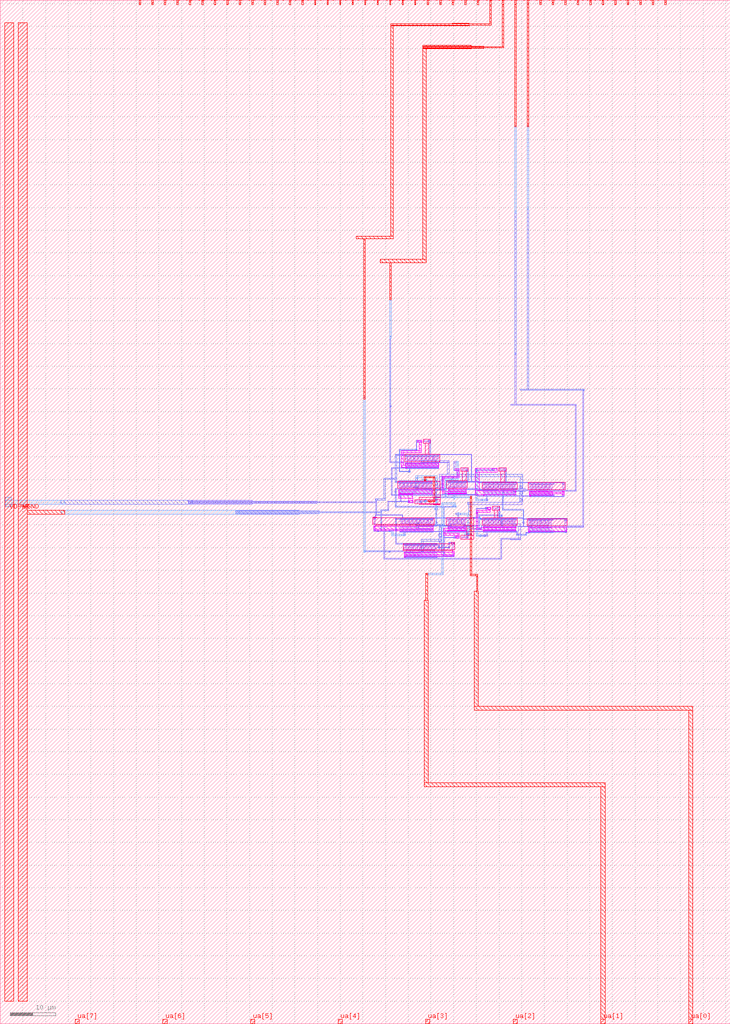
<source format=lef>
VERSION 5.7 ;
  NOWIREEXTENSIONATPIN ON ;
  DIVIDERCHAR "/" ;
  BUSBITCHARS "[]" ;
MACRO tt_um_oscilador
  CLASS BLOCK ;
  FOREIGN tt_um_oscilador ;
  ORIGIN 0.000 0.000 ;
  SIZE 161.000 BY 225.760 ;
  PIN clk
    DIRECTION INPUT ;
    USE SIGNAL ;
    PORT
      LAYER met4 ;
        RECT 143.830 224.760 144.130 225.760 ;
    END
  END clk
  PIN ena
    DIRECTION INPUT ;
    USE SIGNAL ;
    PORT
      LAYER met4 ;
        RECT 146.590 224.760 146.890 225.760 ;
    END
  END ena
  PIN rst_n
    DIRECTION INPUT ;
    USE SIGNAL ;
    PORT
      LAYER met4 ;
        RECT 141.070 224.760 141.370 225.760 ;
    END
  END rst_n
  PIN ua[0]
    DIRECTION INOUT ;
    USE SIGNAL ;
    ANTENNAGATEAREA 5.940000 ;
    ANTENNADIFFAREA 5.724000 ;
    PORT
      LAYER met4 ;
        RECT 151.810 0.000 152.710 1.000 ;
    END
  END ua[0]
  PIN ua[1]
    DIRECTION INOUT ;
    USE SIGNAL ;
    ANTENNAGATEAREA 5.940000 ;
    ANTENNADIFFAREA 5.724000 ;
    PORT
      LAYER met4 ;
        RECT 132.490 0.000 133.390 1.000 ;
    END
  END ua[1]
  PIN ua[2]
    DIRECTION INOUT ;
    USE SIGNAL ;
    PORT
      LAYER met4 ;
        RECT 113.170 0.000 114.070 1.000 ;
    END
  END ua[2]
  PIN ua[3]
    DIRECTION INOUT ;
    USE SIGNAL ;
    PORT
      LAYER met4 ;
        RECT 93.850 0.000 94.750 1.000 ;
    END
  END ua[3]
  PIN ua[4]
    DIRECTION INOUT ;
    USE SIGNAL ;
    PORT
      LAYER met4 ;
        RECT 74.530 0.000 75.430 1.000 ;
    END
  END ua[4]
  PIN ua[5]
    DIRECTION INOUT ;
    USE SIGNAL ;
    PORT
      LAYER met4 ;
        RECT 55.210 0.000 56.110 1.000 ;
    END
  END ua[5]
  PIN ua[6]
    DIRECTION INOUT ;
    USE SIGNAL ;
    PORT
      LAYER met4 ;
        RECT 35.890 0.000 36.790 1.000 ;
    END
  END ua[6]
  PIN ua[7]
    DIRECTION INOUT ;
    USE SIGNAL ;
    PORT
      LAYER met4 ;
        RECT 16.570 0.000 17.470 1.000 ;
    END
  END ua[7]
  PIN ui_in[0]
    DIRECTION INPUT ;
    USE SIGNAL ;
    PORT
      LAYER met4 ;
        RECT 138.310 224.760 138.610 225.760 ;
    END
  END ui_in[0]
  PIN ui_in[1]
    DIRECTION INPUT ;
    USE SIGNAL ;
    PORT
      LAYER met4 ;
        RECT 135.550 224.760 135.850 225.760 ;
    END
  END ui_in[1]
  PIN ui_in[2]
    DIRECTION INPUT ;
    USE SIGNAL ;
    PORT
      LAYER met4 ;
        RECT 132.790 224.760 133.090 225.760 ;
    END
  END ui_in[2]
  PIN ui_in[3]
    DIRECTION INPUT ;
    USE SIGNAL ;
    PORT
      LAYER met4 ;
        RECT 130.030 224.760 130.330 225.760 ;
    END
  END ui_in[3]
  PIN ui_in[4]
    DIRECTION INPUT ;
    USE SIGNAL ;
    PORT
      LAYER met4 ;
        RECT 127.270 224.760 127.570 225.760 ;
    END
  END ui_in[4]
  PIN ui_in[5]
    DIRECTION INPUT ;
    USE SIGNAL ;
    PORT
      LAYER met4 ;
        RECT 124.510 224.760 124.810 225.760 ;
    END
  END ui_in[5]
  PIN ui_in[6]
    DIRECTION INPUT ;
    USE SIGNAL ;
    PORT
      LAYER met4 ;
        RECT 121.750 224.760 122.050 225.760 ;
    END
  END ui_in[6]
  PIN ui_in[7]
    DIRECTION INPUT ;
    USE SIGNAL ;
    PORT
      LAYER met4 ;
        RECT 118.990 224.760 119.290 225.760 ;
    END
  END ui_in[7]
  PIN uio_in[0]
    DIRECTION INPUT ;
    USE SIGNAL ;
    ANTENNADIFFAREA 1.782000 ;
    PORT
      LAYER met4 ;
        RECT 116.230 224.760 116.530 225.760 ;
    END
  END uio_in[0]
  PIN uio_in[1]
    DIRECTION INPUT ;
    USE SIGNAL ;
    ANTENNADIFFAREA 1.782000 ;
    PORT
      LAYER met4 ;
        RECT 113.470 224.760 113.770 225.760 ;
    END
  END uio_in[1]
  PIN uio_in[2]
    DIRECTION INPUT ;
    USE SIGNAL ;
    ANTENNAGATEAREA 1.980000 ;
    PORT
      LAYER met4 ;
        RECT 110.710 224.760 111.010 225.760 ;
    END
  END uio_in[2]
  PIN uio_in[3]
    DIRECTION INPUT ;
    USE SIGNAL ;
    ANTENNAGATEAREA 1.980000 ;
    PORT
      LAYER met4 ;
        RECT 107.950 224.760 108.250 225.760 ;
    END
  END uio_in[3]
  PIN uio_in[4]
    DIRECTION INPUT ;
    USE SIGNAL ;
    PORT
      LAYER met4 ;
        RECT 105.190 224.760 105.490 225.760 ;
    END
  END uio_in[4]
  PIN uio_in[5]
    DIRECTION INPUT ;
    USE SIGNAL ;
    PORT
      LAYER met4 ;
        RECT 102.430 224.760 102.730 225.760 ;
    END
  END uio_in[5]
  PIN uio_in[6]
    DIRECTION INPUT ;
    USE SIGNAL ;
    PORT
      LAYER met4 ;
        RECT 99.670 224.760 99.970 225.760 ;
    END
  END uio_in[6]
  PIN uio_in[7]
    DIRECTION INPUT ;
    USE SIGNAL ;
    PORT
      LAYER met4 ;
        RECT 96.910 224.760 97.210 225.760 ;
    END
  END uio_in[7]
  PIN uio_oe[0]
    DIRECTION OUTPUT ;
    USE SIGNAL ;
    PORT
      LAYER met4 ;
        RECT 49.990 224.760 50.290 225.760 ;
    END
  END uio_oe[0]
  PIN uio_oe[1]
    DIRECTION OUTPUT ;
    USE SIGNAL ;
    PORT
      LAYER met4 ;
        RECT 47.230 224.760 47.530 225.760 ;
    END
  END uio_oe[1]
  PIN uio_oe[2]
    DIRECTION OUTPUT ;
    USE SIGNAL ;
    PORT
      LAYER met4 ;
        RECT 44.470 224.760 44.770 225.760 ;
    END
  END uio_oe[2]
  PIN uio_oe[3]
    DIRECTION OUTPUT ;
    USE SIGNAL ;
    PORT
      LAYER met4 ;
        RECT 41.710 224.760 42.010 225.760 ;
    END
  END uio_oe[3]
  PIN uio_oe[4]
    DIRECTION OUTPUT ;
    USE SIGNAL ;
    PORT
      LAYER met4 ;
        RECT 38.950 224.760 39.250 225.760 ;
    END
  END uio_oe[4]
  PIN uio_oe[5]
    DIRECTION OUTPUT ;
    USE SIGNAL ;
    PORT
      LAYER met4 ;
        RECT 36.190 224.760 36.490 225.760 ;
    END
  END uio_oe[5]
  PIN uio_oe[6]
    DIRECTION OUTPUT ;
    USE SIGNAL ;
    PORT
      LAYER met4 ;
        RECT 33.430 224.760 33.730 225.760 ;
    END
  END uio_oe[6]
  PIN uio_oe[7]
    DIRECTION OUTPUT ;
    USE SIGNAL ;
    PORT
      LAYER met4 ;
        RECT 30.670 224.760 30.970 225.760 ;
    END
  END uio_oe[7]
  PIN uio_out[0]
    DIRECTION OUTPUT ;
    USE SIGNAL ;
    PORT
      LAYER met4 ;
        RECT 72.070 224.760 72.370 225.760 ;
    END
  END uio_out[0]
  PIN uio_out[1]
    DIRECTION OUTPUT ;
    USE SIGNAL ;
    PORT
      LAYER met4 ;
        RECT 69.310 224.760 69.610 225.760 ;
    END
  END uio_out[1]
  PIN uio_out[2]
    DIRECTION OUTPUT ;
    USE SIGNAL ;
    PORT
      LAYER met4 ;
        RECT 66.550 224.760 66.850 225.760 ;
    END
  END uio_out[2]
  PIN uio_out[3]
    DIRECTION OUTPUT ;
    USE SIGNAL ;
    PORT
      LAYER met4 ;
        RECT 63.790 224.760 64.090 225.760 ;
    END
  END uio_out[3]
  PIN uio_out[4]
    DIRECTION OUTPUT ;
    USE SIGNAL ;
    PORT
      LAYER met4 ;
        RECT 61.030 224.760 61.330 225.760 ;
    END
  END uio_out[4]
  PIN uio_out[5]
    DIRECTION OUTPUT ;
    USE SIGNAL ;
    PORT
      LAYER met4 ;
        RECT 58.270 224.760 58.570 225.760 ;
    END
  END uio_out[5]
  PIN uio_out[6]
    DIRECTION OUTPUT ;
    USE SIGNAL ;
    PORT
      LAYER met4 ;
        RECT 55.510 224.760 55.810 225.760 ;
    END
  END uio_out[6]
  PIN uio_out[7]
    DIRECTION OUTPUT ;
    USE SIGNAL ;
    PORT
      LAYER met4 ;
        RECT 52.750 224.760 53.050 225.760 ;
    END
  END uio_out[7]
  PIN uo_out[0]
    DIRECTION OUTPUT ;
    USE SIGNAL ;
    PORT
      LAYER met4 ;
        RECT 94.150 224.760 94.450 225.760 ;
    END
  END uo_out[0]
  PIN uo_out[1]
    DIRECTION OUTPUT ;
    USE SIGNAL ;
    PORT
      LAYER met4 ;
        RECT 91.390 224.760 91.690 225.760 ;
    END
  END uo_out[1]
  PIN uo_out[2]
    DIRECTION OUTPUT ;
    USE SIGNAL ;
    PORT
      LAYER met4 ;
        RECT 88.630 224.760 88.930 225.760 ;
    END
  END uo_out[2]
  PIN uo_out[3]
    DIRECTION OUTPUT ;
    USE SIGNAL ;
    PORT
      LAYER met4 ;
        RECT 85.870 224.760 86.170 225.760 ;
    END
  END uo_out[3]
  PIN uo_out[4]
    DIRECTION OUTPUT ;
    USE SIGNAL ;
    PORT
      LAYER met4 ;
        RECT 83.110 224.760 83.410 225.760 ;
    END
  END uo_out[4]
  PIN uo_out[5]
    DIRECTION OUTPUT ;
    USE SIGNAL ;
    PORT
      LAYER met4 ;
        RECT 80.350 224.760 80.650 225.760 ;
    END
  END uo_out[5]
  PIN uo_out[6]
    DIRECTION OUTPUT ;
    USE SIGNAL ;
    PORT
      LAYER met4 ;
        RECT 77.590 224.760 77.890 225.760 ;
    END
  END uo_out[6]
  PIN uo_out[7]
    DIRECTION OUTPUT ;
    USE SIGNAL ;
    PORT
      LAYER met4 ;
        RECT 74.830 224.760 75.130 225.760 ;
    END
  END uo_out[7]
  PIN VDPWR
    DIRECTION INOUT ;
    USE POWER ;
    PORT
      LAYER met4 ;
        RECT 1.000 5.000 3.000 220.760 ;
    END
  END VDPWR
  PIN VGND
    DIRECTION INOUT ;
    USE GROUND ;
    PORT
      LAYER met4 ;
        RECT 4.000 5.000 6.000 220.760 ;
    END
  END VGND
  OBS
      LAYER pwell ;
        RECT 92.130 128.265 92.915 128.695 ;
        RECT 92.395 126.395 92.825 128.265 ;
      LAYER nwell ;
        RECT 93.245 128.060 94.850 128.900 ;
      LAYER pwell ;
        RECT 88.455 125.965 92.825 126.395 ;
        RECT 88.465 123.185 88.875 125.965 ;
      LAYER nwell ;
        RECT 93.710 125.560 94.550 128.060 ;
        RECT 89.180 123.955 96.920 125.560 ;
      LAYER pwell ;
        RECT 89.375 123.185 96.725 123.665 ;
        RECT 88.465 122.775 96.725 123.185 ;
        RECT 89.375 122.755 96.725 122.775 ;
        RECT 89.520 122.565 89.690 122.755 ;
        RECT 100.450 122.005 101.235 122.435 ;
        RECT 100.810 120.790 101.230 122.005 ;
      LAYER nwell ;
        RECT 101.565 121.800 103.170 122.640 ;
      LAYER pwell ;
        RECT 97.440 120.370 101.230 120.790 ;
      LAYER nwell ;
        RECT 87.690 118.065 97.080 119.670 ;
      LAYER pwell ;
        RECT 87.885 116.865 95.235 117.775 ;
        RECT 87.885 116.805 88.795 116.865 ;
        RECT 87.885 115.895 90.975 116.805 ;
      LAYER nwell ;
        RECT 95.475 116.125 97.080 118.065 ;
      LAYER pwell ;
        RECT 97.440 117.470 97.860 120.370 ;
      LAYER nwell ;
        RECT 101.920 119.730 102.760 121.800 ;
      LAYER pwell ;
        RECT 104.745 121.635 109.665 122.545 ;
      LAYER nwell ;
        RECT 109.995 121.800 111.600 122.640 ;
        RECT 98.510 118.125 103.030 119.730 ;
      LAYER pwell ;
        RECT 98.870 117.470 102.740 117.835 ;
        RECT 97.440 117.050 102.740 117.470 ;
        RECT 98.870 116.925 102.740 117.050 ;
        RECT 104.745 117.555 105.655 121.635 ;
      LAYER nwell ;
        RECT 110.380 119.450 111.220 121.800 ;
        RECT 106.290 117.845 114.030 119.450 ;
        RECT 116.500 117.775 124.620 119.380 ;
      LAYER pwell ;
        RECT 98.870 116.905 99.015 116.925 ;
        RECT 98.845 116.735 99.015 116.905 ;
        RECT 104.745 116.645 113.735 117.555 ;
        RECT 116.695 117.275 121.825 117.485 ;
        RECT 123.985 117.275 124.415 117.445 ;
        RECT 116.695 116.845 124.415 117.275 ;
        RECT 106.625 116.455 106.795 116.645 ;
        RECT 116.695 116.575 121.825 116.845 ;
        RECT 123.985 116.660 124.415 116.845 ;
        RECT 116.840 116.385 117.010 116.575 ;
        RECT 90.065 115.365 90.975 115.895 ;
      LAYER nwell ;
        RECT 92.380 115.570 97.080 116.125 ;
      LAYER pwell ;
        RECT 90.065 114.945 91.045 115.365 ;
        RECT 90.260 114.935 91.045 114.945 ;
      LAYER nwell ;
        RECT 91.375 114.730 97.080 115.570 ;
        RECT 92.380 114.520 97.080 114.730 ;
        RECT 95.475 114.470 97.080 114.520 ;
      LAYER pwell ;
        RECT 107.430 113.445 108.215 113.875 ;
        RECT 107.695 113.250 108.110 113.445 ;
        RECT 104.945 112.835 108.110 113.250 ;
      LAYER nwell ;
        RECT 108.545 113.240 110.150 114.080 ;
        RECT 82.180 111.570 83.020 111.740 ;
        RECT 82.180 110.135 95.710 111.570 ;
        RECT 82.800 109.965 95.710 110.135 ;
        RECT 98.400 109.955 104.470 111.560 ;
      LAYER pwell ;
        RECT 82.385 109.675 82.815 109.805 ;
        RECT 82.385 109.020 95.515 109.675 ;
        RECT 98.760 109.245 102.630 109.665 ;
        RECT 82.445 108.765 95.515 109.020 ;
        RECT 97.865 108.815 102.630 109.245 ;
        RECT 88.310 108.575 88.480 108.765 ;
        RECT 97.865 108.185 98.295 108.815 ;
        RECT 98.760 108.755 102.630 108.815 ;
        RECT 98.760 108.735 98.905 108.755 ;
        RECT 98.735 108.565 98.905 108.735 ;
        RECT 97.865 107.755 101.245 108.185 ;
        RECT 100.815 107.515 101.245 107.755 ;
      LAYER nwell ;
        RECT 102.865 107.720 104.470 109.955 ;
      LAYER pwell ;
        RECT 104.945 109.360 105.360 112.835 ;
      LAYER nwell ;
        RECT 108.910 111.560 109.750 113.240 ;
        RECT 106.290 109.955 114.030 111.560 ;
        RECT 116.250 111.390 124.470 111.430 ;
        RECT 116.250 109.825 125.100 111.390 ;
        RECT 124.260 109.785 125.100 109.825 ;
      LAYER pwell ;
        RECT 106.485 109.360 113.735 109.665 ;
        RECT 104.945 108.945 113.735 109.360 ;
        RECT 106.485 108.755 113.735 108.945 ;
        RECT 106.625 108.565 106.795 108.755 ;
        RECT 116.445 108.625 124.895 109.535 ;
        RECT 116.590 108.435 116.760 108.625 ;
        RECT 100.460 107.085 101.245 107.515 ;
      LAYER nwell ;
        RECT 101.575 106.880 104.470 107.720 ;
        RECT 102.865 106.850 104.470 106.880 ;
        RECT 99.440 105.910 100.280 106.140 ;
        RECT 88.860 104.535 100.280 105.910 ;
        RECT 88.860 104.305 99.840 104.535 ;
      LAYER pwell ;
        RECT 99.645 104.015 100.075 104.205 ;
        RECT 89.055 103.420 100.075 104.015 ;
        RECT 89.055 103.105 100.045 103.420 ;
        RECT 89.200 102.915 89.370 103.105 ;
      LAYER li1 ;
        RECT 91.855 128.625 92.025 128.710 ;
        RECT 94.575 128.625 94.745 128.710 ;
        RECT 91.855 128.335 92.750 128.625 ;
        RECT 93.410 128.335 94.745 128.625 ;
        RECT 91.855 128.250 92.025 128.335 ;
        RECT 94.575 128.250 94.745 128.335 ;
        RECT 89.370 125.285 96.730 125.455 ;
        RECT 89.460 124.145 89.715 125.285 ;
        RECT 89.885 124.315 90.215 125.115 ;
        RECT 90.385 124.485 90.555 125.285 ;
        RECT 90.725 124.315 91.055 125.115 ;
        RECT 91.225 124.485 91.395 125.285 ;
        RECT 91.565 124.315 91.895 125.115 ;
        RECT 92.065 124.485 92.235 125.285 ;
        RECT 92.405 124.315 92.735 125.115 ;
        RECT 92.905 124.485 93.075 125.285 ;
        RECT 93.245 124.315 93.575 125.115 ;
        RECT 93.745 124.485 93.915 125.285 ;
        RECT 94.085 124.315 94.415 125.115 ;
        RECT 94.585 124.485 94.755 125.285 ;
        RECT 94.925 124.315 95.255 125.115 ;
        RECT 95.425 124.485 95.595 125.285 ;
        RECT 95.765 124.315 96.095 125.115 ;
        RECT 89.885 124.115 96.095 124.315 ;
        RECT 96.285 124.145 96.640 125.285 ;
        RECT 89.880 123.725 92.735 123.945 ;
        RECT 93.010 123.725 93.490 124.115 ;
        RECT 93.660 123.725 95.675 123.925 ;
        RECT 93.245 123.555 93.490 123.725 ;
        RECT 95.845 123.555 96.095 124.115 ;
        RECT 89.460 123.385 93.075 123.555 ;
        RECT 89.460 122.905 89.795 123.385 ;
        RECT 89.965 122.735 90.135 123.215 ;
        RECT 90.305 122.905 90.635 123.385 ;
        RECT 90.805 122.735 90.975 123.215 ;
        RECT 91.145 122.905 91.475 123.385 ;
        RECT 91.645 122.735 91.815 123.215 ;
        RECT 91.985 122.905 92.315 123.385 ;
        RECT 92.485 122.735 92.655 123.215 ;
        RECT 92.825 123.135 93.075 123.385 ;
        RECT 93.245 123.305 96.095 123.555 ;
        RECT 96.265 123.135 96.640 123.555 ;
        RECT 92.825 122.905 96.640 123.135 ;
        RECT 89.370 122.565 96.730 122.735 ;
        RECT 100.175 122.365 100.345 122.450 ;
        RECT 102.895 122.365 103.065 122.450 ;
        RECT 100.175 122.075 101.070 122.365 ;
        RECT 101.730 122.075 103.065 122.365 ;
        RECT 100.175 121.990 100.345 122.075 ;
        RECT 102.895 121.990 103.065 122.075 ;
        RECT 108.605 122.365 108.775 122.450 ;
        RECT 111.325 122.365 111.495 122.450 ;
        RECT 108.605 122.075 109.500 122.365 ;
        RECT 110.160 122.075 111.495 122.365 ;
        RECT 108.605 121.990 108.775 122.075 ;
        RECT 111.325 121.990 111.495 122.075 ;
        RECT 87.880 119.395 95.240 119.565 ;
        RECT 98.700 119.455 102.840 119.625 ;
        RECT 87.970 118.255 88.225 119.395 ;
        RECT 88.395 118.425 88.725 119.225 ;
        RECT 88.895 118.595 89.065 119.395 ;
        RECT 89.235 118.425 89.565 119.225 ;
        RECT 89.735 118.595 89.905 119.395 ;
        RECT 90.075 118.425 90.405 119.225 ;
        RECT 90.575 118.595 90.745 119.395 ;
        RECT 90.915 118.425 91.245 119.225 ;
        RECT 91.415 118.595 91.585 119.395 ;
        RECT 91.755 118.425 92.085 119.225 ;
        RECT 92.255 118.595 92.425 119.395 ;
        RECT 92.595 118.425 92.925 119.225 ;
        RECT 93.095 118.595 93.265 119.395 ;
        RECT 93.435 118.425 93.765 119.225 ;
        RECT 93.935 118.595 94.105 119.395 ;
        RECT 94.275 118.425 94.605 119.225 ;
        RECT 88.395 118.225 94.605 118.425 ;
        RECT 94.795 118.255 95.150 119.395 ;
        RECT 98.955 118.655 99.210 119.455 ;
        RECT 99.380 118.485 99.710 119.285 ;
        RECT 99.880 118.655 100.050 119.455 ;
        RECT 100.220 118.485 100.550 119.285 ;
        RECT 100.720 118.655 100.890 119.455 ;
        RECT 101.060 118.485 101.390 119.285 ;
        RECT 101.560 118.655 101.730 119.455 ;
        RECT 101.900 118.485 102.230 119.285 ;
        RECT 102.400 118.655 102.700 119.455 ;
        RECT 106.480 119.175 113.840 119.345 ;
        RECT 98.785 118.315 102.755 118.485 ;
        RECT 88.390 117.835 91.245 118.055 ;
        RECT 91.520 117.835 92.000 118.225 ;
        RECT 92.170 117.835 94.185 118.035 ;
        RECT 91.755 117.665 92.000 117.835 ;
        RECT 94.355 117.665 94.605 118.225 ;
        RECT 98.785 117.725 99.130 118.315 ;
        RECT 99.380 117.895 102.235 118.145 ;
        RECT 102.435 117.725 102.755 118.315 ;
        RECT 106.570 118.205 106.885 119.005 ;
        RECT 107.055 118.375 107.305 119.175 ;
        RECT 107.475 118.205 107.725 119.005 ;
        RECT 107.895 118.375 108.145 119.175 ;
        RECT 108.315 118.205 108.565 119.005 ;
        RECT 108.735 118.375 108.985 119.175 ;
        RECT 109.155 118.205 109.405 119.005 ;
        RECT 109.575 118.375 109.825 119.175 ;
        RECT 116.690 119.105 122.210 119.275 ;
        RECT 123.970 119.105 124.430 119.275 ;
        RECT 109.995 118.835 113.605 119.005 ;
        RECT 109.995 118.205 110.245 118.835 ;
        RECT 106.570 117.995 110.245 118.205 ;
        RECT 110.415 118.155 110.665 118.665 ;
        RECT 110.835 118.325 111.085 118.835 ;
        RECT 111.255 118.155 111.505 118.665 ;
        RECT 111.675 118.325 111.925 118.835 ;
        RECT 112.095 118.155 112.345 118.665 ;
        RECT 112.515 118.325 112.765 118.835 ;
        RECT 112.935 118.155 113.185 118.665 ;
        RECT 113.355 118.325 113.605 118.835 ;
        RECT 110.415 117.985 113.755 118.155 ;
        RECT 87.970 117.495 91.585 117.665 ;
        RECT 87.970 117.015 88.305 117.495 ;
        RECT 88.475 116.845 88.645 117.325 ;
        RECT 88.815 117.015 89.145 117.495 ;
        RECT 89.315 116.845 89.485 117.325 ;
        RECT 89.655 117.015 89.985 117.495 ;
        RECT 90.155 116.845 90.325 117.325 ;
        RECT 90.495 117.015 90.825 117.495 ;
        RECT 90.995 116.845 91.165 117.325 ;
        RECT 91.335 117.245 91.585 117.495 ;
        RECT 91.755 117.415 94.605 117.665 ;
        RECT 94.775 117.245 95.150 117.665 ;
        RECT 98.785 117.535 102.755 117.725 ;
        RECT 106.840 117.615 110.010 117.815 ;
        RECT 110.280 117.615 113.020 117.815 ;
        RECT 91.335 117.015 95.150 117.245 ;
        RECT 98.955 116.905 99.210 117.365 ;
        RECT 99.380 117.075 99.710 117.535 ;
        RECT 99.880 116.905 100.050 117.365 ;
        RECT 100.220 117.075 100.550 117.535 ;
        RECT 100.720 116.905 100.890 117.365 ;
        RECT 101.060 117.075 101.390 117.535 ;
        RECT 101.560 116.905 101.730 117.365 ;
        RECT 101.900 117.075 102.230 117.535 ;
        RECT 113.190 117.445 113.755 117.985 ;
        RECT 116.785 118.085 117.115 118.935 ;
        RECT 117.285 118.305 117.455 119.105 ;
        RECT 117.625 118.085 117.955 118.935 ;
        RECT 118.125 118.305 118.295 119.105 ;
        RECT 118.545 118.085 118.715 118.935 ;
        RECT 118.885 118.305 119.215 119.105 ;
        RECT 119.385 118.085 119.555 118.935 ;
        RECT 119.725 118.305 120.055 119.105 ;
        RECT 120.225 118.085 120.395 118.935 ;
        RECT 120.565 118.305 120.895 119.105 ;
        RECT 121.065 118.085 121.235 118.935 ;
        RECT 116.785 117.915 118.285 118.085 ;
        RECT 118.545 117.915 121.235 118.085 ;
        RECT 121.405 117.955 121.735 119.105 ;
        RECT 124.055 117.940 124.345 119.105 ;
        RECT 116.830 117.545 117.930 117.745 ;
        RECT 118.110 117.715 118.285 117.915 ;
        RECT 118.110 117.545 120.735 117.715 ;
        RECT 102.400 116.905 102.705 117.365 ;
        RECT 87.880 116.675 95.240 116.845 ;
        RECT 98.700 116.735 102.840 116.905 ;
        RECT 106.570 116.625 106.845 117.445 ;
        RECT 107.015 117.265 113.755 117.445 ;
        RECT 118.110 117.375 118.285 117.545 ;
        RECT 120.980 117.375 121.235 117.915 ;
        RECT 107.015 116.795 107.345 117.265 ;
        RECT 107.515 116.625 107.685 117.095 ;
        RECT 107.855 116.795 108.185 117.265 ;
        RECT 108.355 116.625 108.525 117.095 ;
        RECT 108.695 116.795 109.025 117.265 ;
        RECT 109.195 116.625 109.365 117.095 ;
        RECT 109.535 116.795 109.865 117.265 ;
        RECT 110.035 116.625 110.205 117.095 ;
        RECT 110.375 116.795 110.705 117.265 ;
        RECT 110.875 116.625 111.045 117.095 ;
        RECT 111.215 116.795 111.545 117.265 ;
        RECT 111.715 116.625 111.885 117.095 ;
        RECT 112.055 116.795 112.385 117.265 ;
        RECT 112.555 116.625 112.725 117.095 ;
        RECT 112.895 116.795 113.225 117.265 ;
        RECT 116.865 117.205 118.285 117.375 ;
        RECT 118.545 117.205 121.235 117.375 ;
        RECT 113.395 116.625 113.685 117.095 ;
        RECT 116.865 116.725 117.035 117.205 ;
        RECT 106.480 116.455 113.840 116.625 ;
        RECT 117.205 116.555 117.535 117.035 ;
        RECT 117.705 116.730 117.875 117.205 ;
        RECT 118.045 116.555 118.375 117.035 ;
        RECT 118.545 116.725 118.715 117.205 ;
        RECT 118.885 116.555 119.215 117.035 ;
        RECT 119.385 116.725 119.555 117.205 ;
        RECT 119.725 116.555 120.055 117.035 ;
        RECT 120.225 116.725 120.395 117.205 ;
        RECT 120.565 116.555 120.895 117.035 ;
        RECT 121.065 116.725 121.235 117.205 ;
        RECT 121.405 116.555 121.735 117.355 ;
        RECT 124.055 116.555 124.345 117.280 ;
        RECT 116.690 116.385 122.210 116.555 ;
        RECT 123.970 116.385 124.430 116.555 ;
        RECT 89.985 115.295 90.155 115.380 ;
        RECT 92.705 115.295 92.875 115.380 ;
        RECT 89.985 115.005 90.880 115.295 ;
        RECT 91.540 115.005 92.875 115.295 ;
        RECT 89.985 114.920 90.155 115.005 ;
        RECT 92.705 114.920 92.875 115.005 ;
        RECT 107.155 113.805 107.325 113.890 ;
        RECT 109.875 113.805 110.045 113.890 ;
        RECT 107.155 113.515 108.050 113.805 ;
        RECT 108.710 113.515 110.045 113.805 ;
        RECT 107.155 113.430 107.325 113.515 ;
        RECT 109.875 113.430 110.045 113.515 ;
        RECT 82.370 111.465 82.830 111.635 ;
        RECT 82.455 110.300 82.745 111.465 ;
        RECT 88.160 111.295 95.520 111.465 ;
        RECT 88.250 110.155 88.505 111.295 ;
        RECT 88.675 110.325 89.005 111.125 ;
        RECT 89.175 110.495 89.345 111.295 ;
        RECT 89.515 110.325 89.845 111.125 ;
        RECT 90.015 110.495 90.185 111.295 ;
        RECT 90.355 110.325 90.685 111.125 ;
        RECT 90.855 110.495 91.025 111.295 ;
        RECT 91.195 110.325 91.525 111.125 ;
        RECT 91.695 110.495 91.865 111.295 ;
        RECT 92.035 110.325 92.365 111.125 ;
        RECT 92.535 110.495 92.705 111.295 ;
        RECT 92.875 110.325 93.205 111.125 ;
        RECT 93.375 110.495 93.545 111.295 ;
        RECT 93.715 110.325 94.045 111.125 ;
        RECT 94.215 110.495 94.385 111.295 ;
        RECT 94.555 110.325 94.885 111.125 ;
        RECT 88.675 110.125 94.885 110.325 ;
        RECT 95.075 110.155 95.430 111.295 ;
        RECT 98.590 111.285 102.730 111.455 ;
        RECT 106.480 111.285 113.840 111.455 ;
        RECT 98.845 110.485 99.100 111.285 ;
        RECT 99.270 110.315 99.600 111.115 ;
        RECT 99.770 110.485 99.940 111.285 ;
        RECT 100.110 110.315 100.440 111.115 ;
        RECT 100.610 110.485 100.780 111.285 ;
        RECT 100.950 110.315 101.280 111.115 ;
        RECT 101.450 110.485 101.620 111.285 ;
        RECT 101.790 110.315 102.120 111.115 ;
        RECT 102.290 110.485 102.590 111.285 ;
        RECT 106.570 110.315 106.885 111.115 ;
        RECT 107.055 110.485 107.305 111.285 ;
        RECT 107.475 110.315 107.725 111.115 ;
        RECT 107.895 110.485 108.145 111.285 ;
        RECT 108.315 110.315 108.565 111.115 ;
        RECT 108.735 110.485 108.985 111.285 ;
        RECT 109.155 110.315 109.405 111.115 ;
        RECT 109.575 110.485 109.825 111.285 ;
        RECT 116.440 111.155 121.960 111.325 ;
        RECT 109.995 110.945 113.605 111.115 ;
        RECT 109.995 110.315 110.245 110.945 ;
        RECT 88.670 109.735 91.525 109.955 ;
        RECT 91.800 109.735 92.280 110.125 ;
        RECT 92.450 109.735 94.465 109.935 ;
        RECT 82.455 108.915 82.745 109.640 ;
        RECT 92.035 109.565 92.280 109.735 ;
        RECT 94.635 109.565 94.885 110.125 ;
        RECT 98.675 110.145 102.645 110.315 ;
        RECT 88.250 109.395 91.865 109.565 ;
        RECT 88.250 108.915 88.585 109.395 ;
        RECT 82.370 108.745 82.830 108.915 ;
        RECT 88.755 108.745 88.925 109.225 ;
        RECT 89.095 108.915 89.425 109.395 ;
        RECT 89.595 108.745 89.765 109.225 ;
        RECT 89.935 108.915 90.265 109.395 ;
        RECT 90.435 108.745 90.605 109.225 ;
        RECT 90.775 108.915 91.105 109.395 ;
        RECT 91.275 108.745 91.445 109.225 ;
        RECT 91.615 109.145 91.865 109.395 ;
        RECT 92.035 109.315 94.885 109.565 ;
        RECT 95.055 109.145 95.430 109.565 ;
        RECT 98.675 109.555 99.020 110.145 ;
        RECT 99.270 109.725 102.125 109.975 ;
        RECT 102.325 109.555 102.645 110.145 ;
        RECT 106.570 110.105 110.245 110.315 ;
        RECT 110.415 110.265 110.665 110.775 ;
        RECT 110.835 110.435 111.085 110.945 ;
        RECT 111.255 110.265 111.505 110.775 ;
        RECT 111.675 110.435 111.925 110.945 ;
        RECT 112.095 110.265 112.345 110.775 ;
        RECT 112.515 110.435 112.765 110.945 ;
        RECT 112.935 110.265 113.185 110.775 ;
        RECT 113.355 110.435 113.605 110.945 ;
        RECT 110.415 110.095 113.755 110.265 ;
        RECT 106.840 109.725 110.010 109.925 ;
        RECT 110.280 109.725 113.020 109.925 ;
        RECT 113.190 109.555 113.755 110.095 ;
        RECT 116.535 110.135 116.865 110.985 ;
        RECT 117.035 110.355 117.205 111.155 ;
        RECT 117.375 110.135 117.705 110.985 ;
        RECT 117.875 110.355 118.045 111.155 ;
        RECT 118.295 110.135 118.465 110.985 ;
        RECT 118.635 110.355 118.965 111.155 ;
        RECT 119.135 110.135 119.305 110.985 ;
        RECT 119.475 110.355 119.805 111.155 ;
        RECT 119.975 110.135 120.145 110.985 ;
        RECT 120.315 110.355 120.645 111.155 ;
        RECT 120.815 110.135 120.985 110.985 ;
        RECT 116.535 109.965 118.035 110.135 ;
        RECT 118.295 109.965 120.985 110.135 ;
        RECT 121.155 110.005 121.485 111.155 ;
        RECT 124.450 111.115 124.910 111.285 ;
        RECT 116.580 109.595 117.680 109.795 ;
        RECT 117.860 109.765 118.035 109.965 ;
        RECT 117.860 109.595 120.485 109.765 ;
        RECT 98.675 109.365 102.645 109.555 ;
        RECT 91.615 108.915 95.430 109.145 ;
        RECT 88.160 108.575 95.520 108.745 ;
        RECT 98.845 108.735 99.100 109.195 ;
        RECT 99.270 108.905 99.600 109.365 ;
        RECT 99.770 108.735 99.940 109.195 ;
        RECT 100.110 108.905 100.440 109.365 ;
        RECT 100.610 108.735 100.780 109.195 ;
        RECT 100.950 108.905 101.280 109.365 ;
        RECT 101.450 108.735 101.620 109.195 ;
        RECT 101.790 108.905 102.120 109.365 ;
        RECT 102.290 108.735 102.595 109.195 ;
        RECT 106.570 108.735 106.845 109.555 ;
        RECT 107.015 109.375 113.755 109.555 ;
        RECT 117.860 109.425 118.035 109.595 ;
        RECT 120.730 109.425 120.985 109.965 ;
        RECT 124.535 109.950 124.825 111.115 ;
        RECT 107.015 108.905 107.345 109.375 ;
        RECT 107.515 108.735 107.685 109.205 ;
        RECT 107.855 108.905 108.185 109.375 ;
        RECT 108.355 108.735 108.525 109.205 ;
        RECT 108.695 108.905 109.025 109.375 ;
        RECT 109.195 108.735 109.365 109.205 ;
        RECT 109.535 108.905 109.865 109.375 ;
        RECT 110.035 108.735 110.205 109.205 ;
        RECT 110.375 108.905 110.705 109.375 ;
        RECT 110.875 108.735 111.045 109.205 ;
        RECT 111.215 108.905 111.545 109.375 ;
        RECT 111.715 108.735 111.885 109.205 ;
        RECT 112.055 108.905 112.385 109.375 ;
        RECT 112.555 108.735 112.725 109.205 ;
        RECT 112.895 108.905 113.225 109.375 ;
        RECT 116.615 109.255 118.035 109.425 ;
        RECT 118.295 109.255 120.985 109.425 ;
        RECT 113.395 108.735 113.685 109.205 ;
        RECT 116.615 108.775 116.785 109.255 ;
        RECT 98.590 108.565 102.730 108.735 ;
        RECT 106.480 108.565 113.840 108.735 ;
        RECT 116.955 108.605 117.285 109.085 ;
        RECT 117.455 108.780 117.625 109.255 ;
        RECT 117.795 108.605 118.125 109.085 ;
        RECT 118.295 108.775 118.465 109.255 ;
        RECT 118.635 108.605 118.965 109.085 ;
        RECT 119.135 108.775 119.305 109.255 ;
        RECT 119.475 108.605 119.805 109.085 ;
        RECT 119.975 108.775 120.145 109.255 ;
        RECT 120.315 108.605 120.645 109.085 ;
        RECT 120.815 108.775 120.985 109.255 ;
        RECT 121.155 108.605 121.485 109.405 ;
        RECT 116.440 108.435 121.960 108.605 ;
        RECT 124.535 108.565 124.825 109.290 ;
        RECT 124.450 108.395 124.910 108.565 ;
        RECT 100.185 107.445 100.355 107.530 ;
        RECT 102.905 107.445 103.075 107.530 ;
        RECT 100.185 107.155 101.080 107.445 ;
        RECT 101.740 107.155 103.075 107.445 ;
        RECT 100.185 107.070 100.355 107.155 ;
        RECT 102.905 107.070 103.075 107.155 ;
        RECT 99.630 105.865 100.090 106.035 ;
        RECT 89.050 105.635 96.410 105.805 ;
        RECT 89.140 104.495 89.395 105.635 ;
        RECT 89.565 104.665 89.895 105.465 ;
        RECT 90.065 104.835 90.235 105.635 ;
        RECT 90.405 104.665 90.735 105.465 ;
        RECT 90.905 104.835 91.075 105.635 ;
        RECT 91.245 104.665 91.575 105.465 ;
        RECT 91.745 104.835 91.915 105.635 ;
        RECT 92.085 104.665 92.415 105.465 ;
        RECT 92.585 104.835 92.755 105.635 ;
        RECT 92.925 104.665 93.255 105.465 ;
        RECT 93.425 104.835 93.595 105.635 ;
        RECT 93.765 104.665 94.095 105.465 ;
        RECT 94.265 104.835 94.435 105.635 ;
        RECT 94.605 104.665 94.935 105.465 ;
        RECT 95.105 104.835 95.275 105.635 ;
        RECT 95.445 104.665 95.775 105.465 ;
        RECT 89.565 104.465 95.775 104.665 ;
        RECT 95.965 104.495 96.320 105.635 ;
        RECT 99.715 104.700 100.005 105.865 ;
        RECT 89.560 104.075 92.415 104.295 ;
        RECT 92.690 104.075 93.170 104.465 ;
        RECT 93.340 104.075 95.355 104.275 ;
        RECT 92.925 103.905 93.170 104.075 ;
        RECT 95.525 103.905 95.775 104.465 ;
        RECT 89.140 103.735 92.755 103.905 ;
        RECT 89.140 103.255 89.475 103.735 ;
        RECT 89.645 103.085 89.815 103.565 ;
        RECT 89.985 103.255 90.315 103.735 ;
        RECT 90.485 103.085 90.655 103.565 ;
        RECT 90.825 103.255 91.155 103.735 ;
        RECT 91.325 103.085 91.495 103.565 ;
        RECT 91.665 103.255 91.995 103.735 ;
        RECT 92.165 103.085 92.335 103.565 ;
        RECT 92.505 103.485 92.755 103.735 ;
        RECT 92.925 103.655 95.775 103.905 ;
        RECT 95.945 103.485 96.320 103.905 ;
        RECT 92.505 103.255 96.320 103.485 ;
        RECT 99.715 103.315 100.005 104.040 ;
        RECT 99.630 103.145 100.090 103.315 ;
        RECT 89.050 102.915 96.410 103.085 ;
      LAYER met1 ;
        RECT 113.440 147.560 113.800 147.860 ;
        RECT 113.470 136.615 113.770 147.560 ;
        RECT 128.470 139.620 128.730 139.940 ;
        RECT 112.635 136.360 127.015 136.615 ;
        RECT 85.900 136.030 86.160 136.350 ;
        RECT 85.920 123.945 86.140 136.030 ;
        RECT 91.700 128.250 92.180 128.710 ;
        RECT 94.420 128.250 94.900 128.710 ;
        RECT 91.700 126.735 91.855 128.250 ;
        RECT 91.620 126.475 91.940 126.735 ;
        RECT 87.135 125.610 87.425 125.640 ;
        RECT 94.745 125.610 94.900 128.250 ;
        RECT 87.135 125.455 103.985 125.610 ;
        RECT 87.135 125.320 96.730 125.455 ;
        RECT 87.135 125.290 87.425 125.320 ;
        RECT 89.370 125.130 96.730 125.320 ;
        RECT 92.840 124.210 93.690 124.310 ;
        RECT 90.130 123.945 90.410 123.975 ;
        RECT 85.920 123.725 90.800 123.945 ;
        RECT 92.840 123.830 99.030 124.210 ;
        RECT 100.680 124.070 100.980 124.100 ;
        RECT 92.850 123.730 99.030 123.830 ;
        RECT 92.890 123.725 99.030 123.730 ;
        RECT 90.130 123.695 90.410 123.725 ;
        RECT 92.890 123.470 93.690 123.725 ;
        RECT 95.160 123.665 95.420 123.725 ;
        RECT 89.370 122.625 96.730 122.890 ;
        RECT 86.275 122.470 96.730 122.625 ;
        RECT 86.275 119.720 86.430 122.470 ;
        RECT 89.370 122.410 96.730 122.470 ;
        RECT 90.195 121.935 90.350 122.410 ;
        RECT 90.140 121.615 90.400 121.935 ;
        RECT 98.550 121.220 99.030 123.725 ;
        RECT 100.040 123.770 100.980 124.070 ;
        RECT 100.040 122.450 100.340 123.770 ;
        RECT 100.680 123.740 100.980 123.770 ;
        RECT 100.020 121.990 100.500 122.450 ;
        RECT 102.740 121.990 103.220 122.450 ;
        RECT 96.860 120.740 99.030 121.220 ;
        RECT 93.460 119.720 93.760 120.090 ;
        RECT 86.270 119.565 86.440 119.720 ;
        RECT 87.880 119.635 95.240 119.720 ;
        RECT 86.275 116.675 86.430 119.565 ;
        RECT 87.105 119.345 95.240 119.635 ;
        RECT 87.880 119.240 95.240 119.345 ;
        RECT 95.900 118.820 96.440 119.300 ;
        RECT 91.490 118.315 92.030 118.345 ;
        RECT 89.040 118.055 89.320 118.085 ;
        RECT 87.100 117.835 89.770 118.055 ;
        RECT 91.230 117.835 92.160 118.315 ;
        RECT 96.005 118.295 96.340 118.820 ;
        RECT 96.860 118.295 97.340 120.740 ;
        RECT 98.700 119.630 102.840 119.780 ;
        RECT 103.065 119.630 103.220 121.990 ;
        RECT 103.830 119.630 103.985 125.455 ;
        RECT 104.935 122.180 105.195 122.265 ;
        RECT 108.450 122.180 108.930 122.450 ;
        RECT 104.935 122.025 108.930 122.180 ;
        RECT 104.935 121.945 105.195 122.025 ;
        RECT 108.450 121.990 108.930 122.025 ;
        RECT 111.170 121.990 111.650 122.450 ;
        RECT 98.700 119.500 105.595 119.630 ;
        RECT 111.495 119.500 111.650 121.990 ;
        RECT 98.700 119.475 113.840 119.500 ;
        RECT 98.700 119.300 102.840 119.475 ;
        RECT 105.440 119.430 113.840 119.475 ;
        RECT 105.440 119.345 124.430 119.430 ;
        RECT 105.440 119.340 105.595 119.345 ;
        RECT 106.480 119.275 124.430 119.345 ;
        RECT 106.480 119.020 113.840 119.275 ;
        RECT 116.690 118.950 122.210 119.275 ;
        RECT 123.970 118.950 124.430 119.275 ;
        RECT 96.000 118.145 97.340 118.295 ;
        RECT 100.020 118.145 100.330 118.175 ;
        RECT 93.690 118.035 93.950 118.065 ;
        RECT 95.010 118.035 95.330 118.065 ;
        RECT 93.390 117.835 95.330 118.035 ;
        RECT 87.100 117.510 87.320 117.835 ;
        RECT 89.040 117.805 89.320 117.835 ;
        RECT 91.490 117.805 92.030 117.835 ;
        RECT 93.690 117.805 93.950 117.835 ;
        RECT 95.010 117.805 95.330 117.835 ;
        RECT 96.000 117.895 100.505 118.145 ;
        RECT 102.405 118.120 102.785 118.150 ;
        RECT 102.160 117.930 105.830 118.120 ;
        RECT 113.160 117.955 113.785 118.015 ;
        RECT 114.640 117.960 115.205 118.660 ;
        RECT 114.590 117.955 115.205 117.960 ;
        RECT 96.000 117.890 97.340 117.895 ;
        RECT 96.000 117.855 97.330 117.890 ;
        RECT 100.020 117.865 100.330 117.895 ;
        RECT 96.000 117.730 96.290 117.855 ;
        RECT 102.160 117.800 107.490 117.930 ;
        RECT 102.405 117.770 102.785 117.800 ;
        RECT 105.500 117.785 107.490 117.800 ;
        RECT 109.175 117.785 109.405 117.815 ;
        RECT 87.080 117.190 87.340 117.510 ;
        RECT 95.990 117.310 96.290 117.730 ;
        RECT 105.500 117.615 109.675 117.785 ;
        RECT 105.500 117.610 107.490 117.615 ;
        RECT 109.175 117.585 109.405 117.615 ;
        RECT 110.615 117.525 111.225 117.895 ;
        RECT 113.160 117.745 115.880 117.955 ;
        RECT 117.075 117.745 117.325 117.805 ;
        RECT 113.160 117.555 117.325 117.745 ;
        RECT 110.615 117.515 111.005 117.525 ;
        RECT 113.160 117.390 115.880 117.555 ;
        RECT 117.075 117.495 117.325 117.555 ;
        RECT 120.950 117.710 121.265 117.770 ;
        RECT 126.760 117.710 127.015 136.360 ;
        RECT 120.950 117.455 127.015 117.710 ;
        RECT 120.950 117.390 121.265 117.455 ;
        RECT 113.160 117.320 113.785 117.390 ;
        RECT 95.960 117.010 96.320 117.310 ;
        RECT 87.880 116.675 95.240 117.000 ;
        RECT 98.110 116.825 98.370 116.910 ;
        RECT 98.700 116.825 102.840 117.060 ;
        RECT 97.505 116.735 102.840 116.825 ;
        RECT 97.505 116.675 105.475 116.735 ;
        RECT 86.275 116.525 97.655 116.675 ;
        RECT 98.110 116.590 98.370 116.675 ;
        RECT 98.700 116.580 105.475 116.675 ;
        RECT 86.275 116.520 95.240 116.525 ;
        RECT 82.755 115.485 83.105 115.775 ;
        RECT 41.515 115.275 55.550 115.450 ;
        RECT 41.515 115.165 69.935 115.275 ;
        RECT 82.785 115.165 83.075 115.485 ;
        RECT 88.265 115.270 88.420 116.520 ;
        RECT 105.320 116.500 105.475 116.580 ;
        RECT 106.480 116.500 113.840 116.780 ;
        RECT 114.590 116.770 115.155 117.390 ;
        RECT 105.320 116.455 113.840 116.500 ;
        RECT 115.355 116.455 115.510 116.460 ;
        RECT 116.690 116.455 122.210 116.710 ;
        RECT 105.320 116.385 122.210 116.455 ;
        RECT 123.970 116.385 124.430 116.710 ;
        RECT 105.320 116.345 124.430 116.385 ;
        RECT 106.480 116.300 124.430 116.345 ;
        RECT 89.830 115.270 90.310 115.380 ;
        RECT 41.515 114.875 83.075 115.165 ;
        RECT 41.515 114.765 69.935 114.875 ;
        RECT 41.515 114.595 55.550 114.765 ;
        RECT 82.785 112.295 83.075 114.875 ;
        RECT 85.475 115.115 90.310 115.270 ;
        RECT 85.475 113.435 85.630 115.115 ;
        RECT 89.830 114.920 90.310 115.115 ;
        RECT 92.550 115.305 93.030 115.380 ;
        RECT 93.650 115.305 93.970 115.360 ;
        RECT 107.140 115.350 107.440 116.300 ;
        RECT 115.355 116.270 115.510 116.300 ;
        RECT 116.690 116.230 124.430 116.300 ;
        RECT 92.550 115.150 93.970 115.305 ;
        RECT 114.560 115.240 115.185 115.805 ;
        RECT 92.550 114.920 93.030 115.150 ;
        RECT 93.650 115.100 93.970 115.150 ;
        RECT 114.590 115.015 115.155 115.240 ;
        RECT 103.130 114.450 115.155 115.015 ;
        RECT 107.000 113.690 107.480 113.890 ;
        RECT 105.035 113.535 107.480 113.690 ;
        RECT 85.425 113.115 85.685 113.435 ;
        RECT 105.035 112.995 105.190 113.535 ;
        RECT 107.000 113.430 107.480 113.535 ;
        RECT 109.720 113.430 110.200 113.890 ;
        RECT 104.985 112.675 105.245 112.995 ;
        RECT 110.045 112.925 110.200 113.430 ;
        RECT 82.655 112.140 88.805 112.295 ;
        RECT 82.655 112.125 83.075 112.140 ;
        RECT 82.655 111.790 82.810 112.125 ;
        RECT 82.370 111.310 82.830 111.790 ;
        RECT 88.650 111.620 88.805 112.140 ;
        RECT 88.160 111.610 98.825 111.620 ;
        RECT 100.860 111.610 101.160 112.640 ;
        RECT 109.995 112.605 110.255 112.925 ;
        RECT 110.450 112.215 110.770 112.260 ;
        RECT 105.535 112.045 110.770 112.215 ;
        RECT 105.535 111.790 105.705 112.045 ;
        RECT 110.450 112.000 110.770 112.045 ;
        RECT 105.535 111.705 105.715 111.790 ;
        RECT 104.370 111.610 104.690 111.665 ;
        RECT 88.160 111.465 104.690 111.610 ;
        RECT 87.130 111.400 87.450 111.450 ;
        RECT 88.160 111.400 95.520 111.465 ;
        RECT 87.130 111.245 95.520 111.400 ;
        RECT 87.130 111.190 87.450 111.245 ;
        RECT 88.160 111.140 95.520 111.245 ;
        RECT 98.590 111.455 104.690 111.465 ;
        RECT 98.590 111.130 102.730 111.455 ;
        RECT 104.370 111.405 104.690 111.455 ;
        RECT 91.800 110.245 92.280 110.520 ;
        RECT 96.060 110.330 96.320 110.650 ;
        RECT 90.185 109.955 90.465 110.015 ;
        RECT 84.560 109.735 90.465 109.955 ;
        RECT 82.370 108.745 82.830 109.070 ;
        RECT 83.190 108.745 83.510 108.800 ;
        RECT 82.370 108.590 83.510 108.745 ;
        RECT 83.190 108.540 83.510 108.590 ;
        RECT 84.560 102.620 84.780 109.735 ;
        RECT 90.185 109.675 90.465 109.735 ;
        RECT 91.770 109.705 92.310 110.245 ;
        RECT 93.980 109.935 94.240 109.965 ;
        RECT 96.090 109.935 96.290 110.330 ;
        RECT 93.800 109.735 96.290 109.935 ;
        RECT 99.170 109.975 99.490 109.980 ;
        RECT 99.910 109.975 100.220 110.005 ;
        RECT 102.295 109.980 102.675 110.010 ;
        RECT 93.980 109.705 94.240 109.735 ;
        RECT 99.170 109.725 100.785 109.975 ;
        RECT 102.180 109.885 104.240 109.980 ;
        RECT 105.545 109.885 105.715 111.705 ;
        RECT 109.970 111.610 110.290 111.855 ;
        RECT 105.980 111.385 106.240 111.465 ;
        RECT 106.480 111.455 115.355 111.610 ;
        RECT 106.480 111.385 113.840 111.455 ;
        RECT 105.980 111.230 113.840 111.385 ;
        RECT 105.980 111.145 106.240 111.230 ;
        RECT 106.480 111.130 113.840 111.230 ;
        RECT 115.200 111.370 115.355 111.455 ;
        RECT 116.440 111.440 121.960 111.480 ;
        RECT 116.440 111.370 124.910 111.440 ;
        RECT 115.200 111.285 124.910 111.370 ;
        RECT 115.200 111.215 121.960 111.285 ;
        RECT 116.440 111.000 121.960 111.215 ;
        RECT 124.450 110.960 124.910 111.285 ;
        RECT 115.280 110.420 115.540 110.740 ;
        RECT 113.160 110.270 113.785 110.325 ;
        RECT 110.540 110.005 110.710 110.035 ;
        RECT 107.475 109.895 107.705 109.925 ;
        RECT 99.170 109.720 99.490 109.725 ;
        RECT 91.800 109.390 92.280 109.705 ;
        RECT 99.910 109.695 100.220 109.725 ;
        RECT 102.180 109.715 105.715 109.885 ;
        RECT 106.075 109.725 107.935 109.895 ;
        RECT 102.180 109.660 104.240 109.715 ;
        RECT 102.295 109.630 102.675 109.660 ;
        RECT 105.370 109.285 105.690 109.330 ;
        RECT 106.075 109.285 106.245 109.725 ;
        RECT 107.475 109.695 107.705 109.725 ;
        RECT 110.445 109.655 110.885 110.005 ;
        RECT 113.160 109.775 114.800 110.270 ;
        RECT 115.325 109.775 115.495 110.420 ;
        RECT 120.715 109.850 120.970 109.945 ;
        RECT 120.700 109.820 121.015 109.850 ;
        RECT 116.800 109.775 117.030 109.805 ;
        RECT 120.595 109.785 121.965 109.820 ;
        RECT 128.485 109.785 128.715 139.620 ;
        RECT 113.160 109.705 117.305 109.775 ;
        RECT 110.445 109.635 110.785 109.655 ;
        RECT 113.160 109.640 113.785 109.705 ;
        RECT 110.480 109.560 110.740 109.635 ;
        RECT 114.235 109.605 117.305 109.705 ;
        RECT 87.155 108.800 87.415 109.120 ;
        RECT 105.370 109.115 106.245 109.285 ;
        RECT 105.370 109.070 105.690 109.115 ;
        RECT 87.205 105.960 87.360 108.800 ;
        RECT 88.160 108.660 95.520 108.900 ;
        RECT 97.835 108.660 97.990 108.665 ;
        RECT 98.590 108.660 102.730 108.890 ;
        RECT 106.480 108.660 113.840 108.890 ;
        RECT 88.160 108.565 113.840 108.660 ;
        RECT 88.160 108.505 114.025 108.565 ;
        RECT 88.160 108.420 95.520 108.505 ;
        RECT 88.970 107.600 89.270 108.420 ;
        RECT 96.770 107.300 97.250 108.040 ;
        RECT 97.835 107.325 97.990 108.505 ;
        RECT 98.590 108.410 102.730 108.505 ;
        RECT 106.480 108.410 114.025 108.505 ;
        RECT 103.025 107.820 103.285 108.140 ;
        RECT 103.075 107.530 103.230 107.820 ;
        RECT 100.030 107.325 100.510 107.530 ;
        RECT 96.785 106.900 97.195 107.300 ;
        RECT 97.835 107.170 100.510 107.325 ;
        RECT 96.750 106.360 97.230 106.900 ;
        RECT 96.860 106.070 97.060 106.360 ;
        RECT 87.205 105.805 96.410 105.960 ;
        RECT 96.860 105.870 97.510 106.070 ;
        RECT 89.050 105.695 96.410 105.805 ;
        RECT 89.050 105.540 96.885 105.695 ;
        RECT 89.050 105.480 96.410 105.540 ;
        RECT 96.730 105.180 96.885 105.540 ;
        RECT 96.645 104.920 96.965 105.180 ;
        RECT 92.660 104.555 93.200 104.585 ;
        RECT 85.700 104.295 86.020 104.315 ;
        RECT 90.205 104.295 90.485 104.325 ;
        RECT 85.700 104.075 91.000 104.295 ;
        RECT 92.410 104.075 93.350 104.555 ;
        RECT 94.875 104.275 95.135 104.305 ;
        RECT 97.310 104.275 97.510 105.870 ;
        RECT 94.240 104.075 97.510 104.275 ;
        RECT 85.700 104.055 86.020 104.075 ;
        RECT 90.205 104.045 90.485 104.075 ;
        RECT 92.660 104.045 93.200 104.075 ;
        RECT 94.875 104.045 95.135 104.075 ;
        RECT 89.050 103.110 96.410 103.240 ;
        RECT 97.835 103.185 97.990 107.170 ;
        RECT 100.030 107.070 100.510 107.170 ;
        RECT 102.750 107.070 103.230 107.530 ;
        RECT 106.640 107.780 106.940 107.810 ;
        RECT 107.240 107.780 107.540 108.410 ;
        RECT 113.870 108.005 114.025 108.410 ;
        RECT 106.640 107.480 107.540 107.780 ;
        RECT 113.820 107.685 114.080 108.005 ;
        RECT 106.640 107.450 106.940 107.480 ;
        RECT 114.235 107.060 114.800 109.605 ;
        RECT 116.800 109.575 117.030 109.605 ;
        RECT 120.595 109.565 128.715 109.785 ;
        RECT 120.700 109.555 128.715 109.565 ;
        RECT 120.700 109.530 121.285 109.555 ;
        RECT 120.715 109.365 121.285 109.530 ;
        RECT 116.440 108.520 121.960 108.760 ;
        RECT 124.450 108.520 124.910 108.720 ;
        RECT 116.440 108.420 124.910 108.520 ;
        RECT 115.870 108.375 124.910 108.420 ;
        RECT 115.870 108.280 121.960 108.375 ;
        RECT 115.870 108.200 116.630 108.280 ;
        RECT 124.450 108.240 124.910 108.375 ;
        RECT 115.870 108.005 116.090 108.200 ;
        RECT 115.850 107.685 116.110 108.005 ;
        RECT 110.390 106.840 114.850 107.060 ;
        RECT 98.935 106.035 100.090 106.190 ;
        RECT 98.935 105.205 99.090 106.035 ;
        RECT 99.630 105.710 100.090 106.035 ;
        RECT 98.885 104.885 99.145 105.205 ;
        RECT 99.630 103.185 100.090 103.470 ;
        RECT 97.835 103.110 100.090 103.185 ;
        RECT 89.050 102.990 100.090 103.110 ;
        RECT 89.050 102.955 99.845 102.990 ;
        RECT 89.050 102.760 96.410 102.955 ;
        RECT 110.390 102.620 110.610 106.840 ;
        RECT 112.450 106.780 114.800 106.840 ;
        RECT 84.560 102.400 110.610 102.620 ;
      LAYER met2 ;
        RECT 116.230 179.820 116.530 179.830 ;
        RECT 116.195 179.540 116.565 179.820 ;
        RECT 113.470 179.190 113.770 179.200 ;
        RECT 113.435 178.910 113.805 179.190 ;
        RECT 85.880 151.195 86.180 151.585 ;
        RECT 85.920 136.320 86.140 151.195 ;
        RECT 113.470 147.530 113.770 178.910 ;
        RECT 116.230 139.895 116.530 179.540 ;
        RECT 128.440 139.895 128.760 139.910 ;
        RECT 114.735 139.665 128.760 139.895 ;
        RECT 128.440 139.650 128.760 139.665 ;
        RECT 85.870 136.060 86.190 136.320 ;
        RECT 91.650 126.685 91.910 126.765 ;
        RECT 87.975 126.530 91.910 126.685 ;
        RECT 87.105 125.320 87.455 125.610 ;
        RECT 87.135 120.335 87.425 125.320 ;
        RECT 87.975 121.850 88.130 126.530 ;
        RECT 91.650 126.445 91.910 126.530 ;
        RECT 100.650 124.060 101.010 124.070 ;
        RECT 100.645 123.780 101.015 124.060 ;
        RECT 100.650 123.770 101.010 123.780 ;
        RECT 104.990 122.235 105.145 122.465 ;
        RECT 104.905 121.975 105.225 122.235 ;
        RECT 90.110 121.850 90.430 121.905 ;
        RECT 87.975 121.695 90.430 121.850 ;
        RECT 104.920 121.840 105.220 121.975 ;
        RECT 104.990 121.795 105.145 121.840 ;
        RECT 90.110 121.645 90.430 121.695 ;
        RECT 84.585 120.045 87.425 120.335 ;
        RECT 82.785 115.775 83.075 115.805 ;
        RECT 84.585 115.775 84.875 120.045 ;
        RECT 87.135 119.315 87.425 120.045 ;
        RECT 91.650 117.805 92.130 120.905 ;
        RECT 99.360 120.630 115.205 121.180 ;
        RECT 97.610 120.615 115.205 120.630 ;
        RECT 97.610 120.150 99.925 120.615 ;
        RECT 93.470 120.060 93.750 120.095 ;
        RECT 93.430 119.760 93.790 120.060 ;
        RECT 93.470 119.725 93.750 119.760 ;
        RECT 95.930 119.725 96.410 119.750 ;
        RECT 95.910 119.295 96.430 119.725 ;
        RECT 95.930 118.790 96.410 119.295 ;
        RECT 97.610 118.110 98.090 120.150 ;
        RECT 99.360 120.110 99.925 120.150 ;
        RECT 114.640 118.630 115.205 120.615 ;
        RECT 95.260 118.095 98.090 118.110 ;
        RECT 95.040 117.775 98.090 118.095 ;
        RECT 114.610 118.065 115.235 118.630 ;
        RECT 95.260 117.710 98.090 117.775 ;
        RECT 97.610 117.670 98.090 117.710 ;
        RECT 110.810 117.570 111.070 117.890 ;
        RECT 87.050 117.220 87.370 117.480 ;
        RECT 82.785 115.485 84.875 115.775 ;
        RECT 41.545 115.450 42.400 115.480 ;
        RECT 82.785 115.455 83.075 115.485 ;
        RECT 13.340 114.595 42.400 115.450 ;
        RECT 41.545 114.565 42.400 114.595 ;
        RECT 87.100 114.180 87.320 117.220 ;
        RECT 95.990 116.280 96.290 117.340 ;
        RECT 98.090 116.880 98.390 116.945 ;
        RECT 98.080 116.620 98.400 116.880 ;
        RECT 98.090 116.555 98.390 116.620 ;
        RECT 95.990 115.980 100.395 116.280 ;
        RECT 110.855 116.095 111.025 117.570 ;
        RECT 114.560 116.800 115.185 117.365 ;
        RECT 95.990 115.690 96.290 115.980 ;
        RECT 110.710 115.915 111.025 116.095 ;
        RECT 95.955 115.410 96.325 115.690 ;
        RECT 106.570 115.680 106.850 115.715 ;
        RECT 93.680 115.380 93.940 115.390 ;
        RECT 106.130 115.380 107.470 115.680 ;
        RECT 110.710 115.595 110.895 115.915 ;
        RECT 93.615 115.080 94.005 115.380 ;
        RECT 106.570 115.345 106.850 115.380 ;
        RECT 110.710 115.280 110.900 115.595 ;
        RECT 93.680 115.070 93.940 115.080 ;
        RECT 103.250 114.420 103.815 115.045 ;
        RECT 99.965 114.180 100.355 114.220 ;
        RECT 87.100 113.960 100.355 114.180 ;
        RECT 85.395 113.355 85.715 113.405 ;
        RECT 51.910 113.090 65.925 113.205 ;
        RECT 83.950 113.195 85.715 113.355 ;
        RECT 95.790 113.350 96.470 113.650 ;
        RECT 51.910 112.975 70.350 113.090 ;
        RECT 51.910 112.890 75.585 112.975 ;
        RECT 83.950 112.890 84.110 113.195 ;
        RECT 85.395 113.145 85.715 113.195 ;
        RECT 51.910 112.730 84.110 112.890 ;
        RECT 51.910 112.645 75.585 112.730 ;
        RECT 51.910 112.530 70.350 112.645 ;
        RECT 51.910 112.415 65.925 112.530 ;
        RECT 83.220 108.750 83.480 108.830 ;
        RECT 83.950 108.750 84.110 112.730 ;
        RECT 96.030 112.400 96.275 113.350 ;
        RECT 87.160 111.160 87.420 111.480 ;
        RECT 87.210 109.090 87.365 111.160 ;
        RECT 96.030 110.620 96.290 112.400 ;
        RECT 96.030 110.360 96.350 110.620 ;
        RECT 91.770 110.120 92.310 110.230 ;
        RECT 91.770 109.975 97.550 110.120 ;
        RECT 97.710 109.975 97.930 113.960 ;
        RECT 99.965 113.920 100.355 113.960 ;
        RECT 103.315 113.085 103.750 114.420 ;
        RECT 110.725 113.435 110.900 115.280 ;
        RECT 114.590 115.210 115.155 116.800 ;
        RECT 110.725 113.265 115.495 113.435 ;
        RECT 100.890 112.610 101.170 112.645 ;
        RECT 100.470 112.310 101.550 112.610 ;
        RECT 100.890 112.275 101.170 112.310 ;
        RECT 103.325 111.215 103.735 113.085 ;
        RECT 104.955 112.705 105.275 112.965 ;
        RECT 105.040 112.370 105.195 112.705 ;
        RECT 109.965 112.635 110.285 112.895 ;
        RECT 104.970 111.980 105.270 112.370 ;
        RECT 110.050 111.885 110.205 112.635 ;
        RECT 110.480 111.970 110.740 112.290 ;
        RECT 104.400 111.615 104.660 111.695 ;
        RECT 104.400 111.460 106.015 111.615 ;
        RECT 110.000 111.565 110.260 111.885 ;
        RECT 104.400 111.375 104.660 111.460 ;
        RECT 105.860 111.435 106.015 111.460 ;
        RECT 105.860 111.225 106.270 111.435 ;
        RECT 99.200 109.975 99.460 110.010 ;
        RECT 91.770 109.860 99.460 109.975 ;
        RECT 91.770 109.750 92.310 109.860 ;
        RECT 96.805 109.725 99.460 109.860 ;
        RECT 96.805 109.520 97.055 109.725 ;
        RECT 99.200 109.690 99.460 109.725 ;
        RECT 87.125 108.830 87.445 109.090 ;
        RECT 85.665 108.750 86.055 108.825 ;
        RECT 83.220 108.595 86.055 108.750 ;
        RECT 83.220 108.510 83.480 108.595 ;
        RECT 83.950 108.590 84.110 108.595 ;
        RECT 85.665 108.525 86.055 108.595 ;
        RECT 96.770 108.010 97.250 109.520 ;
        RECT 103.345 109.335 103.715 111.215 ;
        RECT 105.950 111.175 106.270 111.225 ;
        RECT 110.525 109.850 110.695 111.970 ;
        RECT 115.325 110.710 115.495 113.265 ;
        RECT 115.250 110.450 115.570 110.710 ;
        RECT 110.450 109.590 110.770 109.850 ;
        RECT 105.400 109.335 105.660 109.360 ;
        RECT 103.345 109.045 105.730 109.335 ;
        RECT 103.345 109.005 103.715 109.045 ;
        RECT 105.400 109.040 105.660 109.045 ;
        RECT 102.935 108.060 103.325 108.135 ;
        RECT 88.890 107.930 89.170 107.965 ;
        RECT 88.560 107.630 89.360 107.930 ;
        RECT 88.890 107.595 89.170 107.630 ;
        RECT 96.740 107.530 97.280 108.010 ;
        RECT 102.805 107.905 103.455 108.060 ;
        RECT 113.790 107.955 114.110 107.975 ;
        RECT 115.820 107.955 116.140 107.975 ;
        RECT 102.935 107.835 103.325 107.905 ;
        RECT 105.740 107.780 106.020 107.815 ;
        RECT 105.730 107.480 106.970 107.780 ;
        RECT 113.790 107.735 116.140 107.955 ;
        RECT 113.790 107.715 114.110 107.735 ;
        RECT 115.820 107.715 116.140 107.735 ;
        RECT 105.740 107.445 106.020 107.480 ;
        RECT 92.840 106.390 97.260 106.870 ;
        RECT 80.135 104.295 80.525 104.335 ;
        RECT 85.730 104.295 85.990 104.345 ;
        RECT 80.135 104.075 85.990 104.295 ;
        RECT 80.135 104.035 80.525 104.075 ;
        RECT 85.730 104.025 85.990 104.075 ;
        RECT 92.840 104.045 93.320 106.390 ;
        RECT 96.675 105.125 96.935 105.210 ;
        RECT 98.855 105.125 99.175 105.175 ;
        RECT 96.675 104.970 99.175 105.125 ;
        RECT 96.675 104.890 96.935 104.970 ;
        RECT 98.855 104.915 99.175 104.970 ;
      LAYER met3 ;
        RECT 113.430 197.890 113.810 198.210 ;
        RECT 116.190 197.890 116.570 198.210 ;
        RECT 113.470 179.215 113.770 197.890 ;
        RECT 116.230 179.845 116.530 197.890 ;
        RECT 116.215 179.515 116.545 179.845 ;
        RECT 113.455 178.885 113.785 179.215 ;
        RECT 85.870 159.620 86.190 160.000 ;
        RECT 85.880 151.565 86.180 159.620 ;
        RECT 85.855 151.215 86.205 151.565 ;
        RECT 80.170 137.750 80.490 138.130 ;
        RECT 1.130 115.450 2.400 116.130 ;
        RECT 13.360 115.450 14.265 115.475 ;
        RECT 1.130 114.595 14.265 115.450 ;
        RECT 1.130 114.000 2.400 114.595 ;
        RECT 13.360 114.570 14.265 114.595 ;
        RECT 51.930 113.205 52.770 113.230 ;
        RECT 13.415 112.415 52.770 113.205 ;
        RECT 51.930 112.390 52.770 112.415 ;
        RECT 80.180 104.360 80.480 137.750 ;
        RECT 100.665 123.755 100.995 124.085 ;
        RECT 91.625 120.860 92.155 120.885 ;
        RECT 91.625 120.380 96.410 120.860 ;
        RECT 91.625 120.355 92.155 120.380 ;
        RECT 93.445 120.070 93.775 120.075 ;
        RECT 93.445 120.060 93.840 120.070 ;
        RECT 93.030 119.760 94.190 120.060 ;
        RECT 93.445 119.750 93.840 119.760 ;
        RECT 93.445 119.745 93.775 119.750 ;
        RECT 95.930 119.270 96.410 120.380 ;
        RECT 100.680 120.180 100.980 123.755 ;
        RECT 104.920 122.210 105.220 122.460 ;
        RECT 104.895 121.860 105.245 122.210 ;
        RECT 98.090 119.880 100.980 120.180 ;
        RECT 98.090 116.925 98.390 119.880 ;
        RECT 98.065 116.575 98.415 116.925 ;
        RECT 98.090 116.370 98.390 116.575 ;
        RECT 100.025 116.280 100.375 116.305 ;
        RECT 103.630 116.280 104.010 116.290 ;
        RECT 99.810 115.980 104.010 116.280 ;
        RECT 99.990 115.955 100.375 115.980 ;
        RECT 103.630 115.970 104.010 115.980 ;
        RECT 95.980 115.715 96.280 115.850 ;
        RECT 95.975 115.410 96.305 115.715 ;
        RECT 99.990 115.660 100.290 115.955 ;
        RECT 104.920 115.680 105.220 121.860 ;
        RECT 106.545 115.680 106.875 115.695 ;
        RECT 93.635 115.380 93.985 115.405 ;
        RECT 94.730 115.380 95.110 115.390 ;
        RECT 95.975 115.385 96.380 115.410 ;
        RECT 93.290 115.080 95.110 115.380 ;
        RECT 95.980 115.110 96.380 115.385 ;
        RECT 104.920 115.380 106.875 115.680 ;
        RECT 106.545 115.365 106.875 115.380 ;
        RECT 93.635 115.055 93.985 115.080 ;
        RECT 94.730 115.070 95.110 115.080 ;
        RECT 96.000 113.665 96.300 115.110 ;
        RECT 97.395 114.605 100.335 114.955 ;
        RECT 95.985 113.335 96.315 113.665 ;
        RECT 85.685 108.825 86.035 108.850 ;
        RECT 85.685 108.525 86.670 108.825 ;
        RECT 85.685 108.500 86.035 108.525 ;
        RECT 86.370 107.930 86.670 108.525 ;
        RECT 88.865 107.930 89.195 107.945 ;
        RECT 86.370 107.630 89.195 107.930 ;
        RECT 88.865 107.615 89.195 107.630 ;
        RECT 80.155 104.010 80.505 104.360 ;
        RECT 93.895 99.355 94.245 99.385 ;
        RECT 97.395 99.355 97.745 114.605 ;
        RECT 99.985 114.220 100.335 114.605 ;
        RECT 99.690 113.920 100.580 114.220 ;
        RECT 99.985 113.895 100.335 113.920 ;
        RECT 100.865 112.610 101.195 112.625 ;
        RECT 100.865 112.310 103.290 112.610 ;
        RECT 104.970 112.350 105.270 112.620 ;
        RECT 100.865 112.295 101.195 112.310 ;
        RECT 102.990 108.160 103.290 112.310 ;
        RECT 104.945 112.000 105.295 112.350 ;
        RECT 102.955 108.135 103.305 108.160 ;
        RECT 102.450 107.835 103.850 108.135 ;
        RECT 102.955 107.810 103.305 107.835 ;
        RECT 104.970 107.780 105.270 112.000 ;
        RECT 105.715 107.780 106.045 107.795 ;
        RECT 104.970 107.480 106.045 107.780 ;
        RECT 105.715 107.465 106.045 107.480 ;
        RECT 93.895 99.005 97.745 99.355 ;
        RECT 93.895 98.975 94.245 99.005 ;
      LAYER met4 ;
        RECT 99.725 220.595 103.490 220.610 ;
        RECT 86.165 220.500 103.490 220.595 ;
        RECT 107.950 220.500 108.250 224.760 ;
        RECT 86.165 220.200 108.250 220.500 ;
        RECT 86.165 220.105 103.490 220.200 ;
        RECT 107.950 220.170 108.250 220.200 ;
        RECT 86.165 173.655 86.655 220.105 ;
        RECT 99.725 220.095 103.490 220.105 ;
        RECT 78.475 173.165 86.655 173.655 ;
        RECT 93.135 215.620 103.865 215.755 ;
        RECT 93.135 215.520 106.660 215.620 ;
        RECT 110.710 215.520 111.010 224.760 ;
        RECT 93.135 215.220 111.010 215.520 ;
        RECT 93.135 215.125 106.660 215.220 ;
        RECT 93.135 214.985 103.865 215.125 ;
        RECT 80.180 138.105 80.480 173.165 ;
        RECT 93.135 168.635 93.905 214.985 ;
        RECT 113.470 198.215 113.770 224.760 ;
        RECT 116.230 198.215 116.530 224.760 ;
        RECT 113.455 197.885 113.785 198.215 ;
        RECT 116.215 197.885 116.545 198.215 ;
        RECT 83.775 167.865 93.905 168.635 ;
        RECT 85.880 159.975 86.180 167.865 ;
        RECT 85.865 159.645 86.195 159.975 ;
        RECT 80.165 137.775 80.495 138.105 ;
        RECT 93.500 120.390 95.810 120.690 ;
        RECT 93.500 120.075 93.800 120.390 ;
        RECT 93.485 119.745 93.815 120.075 ;
        RECT 94.755 115.380 95.085 115.395 ;
        RECT 95.510 115.380 95.810 120.390 ;
        RECT 103.655 115.965 103.985 116.295 ;
        RECT 94.420 115.080 95.810 115.380 ;
        RECT 94.755 115.065 95.085 115.080 ;
        RECT 13.440 113.205 14.240 113.210 ;
        RECT 6.000 112.415 14.240 113.205 ;
        RECT 13.440 112.410 14.240 112.415 ;
        RECT 93.890 99.000 94.250 99.360 ;
        RECT 103.670 99.150 103.970 115.965 ;
        RECT 93.895 93.450 94.245 99.000 ;
        RECT 103.670 98.850 105.340 99.150 ;
        RECT 105.040 95.400 105.340 98.850 ;
        RECT 93.470 53.190 94.370 93.450 ;
        RECT 104.510 70.070 105.410 95.400 ;
        RECT 104.510 69.170 152.710 70.070 ;
        RECT 93.470 52.290 133.390 53.190 ;
        RECT 132.490 1.000 133.390 52.290 ;
        RECT 151.810 1.000 152.710 69.170 ;
  END
END tt_um_oscilador
END LIBRARY


</source>
